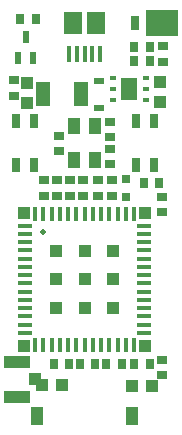
<source format=gtp>
G75*
%MOIN*%
%OFA0B0*%
%FSLAX24Y24*%
%IPPOS*%
%LPD*%
%AMOC8*
5,1,8,0,0,1.08239X$1,22.5*
%
%ADD10R,0.0354X0.0276*%
%ADD11R,0.0157X0.0531*%
%ADD12R,0.0591X0.0748*%
%ADD13R,0.0256X0.0492*%
%ADD14R,0.0315X0.0315*%
%ADD15R,0.0276X0.0354*%
%ADD16R,0.1050X0.0900*%
%ADD17R,0.0300X0.0500*%
%ADD18R,0.0472X0.0138*%
%ADD19R,0.0394X0.0394*%
%ADD20R,0.0138X0.0472*%
%ADD21C,0.0197*%
%ADD22R,0.0866X0.0413*%
%ADD23R,0.0413X0.0394*%
%ADD24R,0.0394X0.0591*%
%ADD25R,0.0433X0.0394*%
%ADD26R,0.0433X0.0551*%
%ADD27R,0.0197X0.0394*%
%ADD28R,0.0394X0.0433*%
%ADD29R,0.0236X0.0138*%
%ADD30R,0.0551X0.0748*%
%ADD31R,0.0327X0.0248*%
%ADD32R,0.0472X0.0787*%
D10*
X007577Y002087D03*
X007577Y002599D03*
X007581Y007522D03*
X007581Y008034D03*
X005887Y008067D03*
X005427Y008067D03*
X004947Y008067D03*
X004487Y008067D03*
X004057Y008067D03*
X003637Y008067D03*
X003637Y008579D03*
X004057Y008579D03*
X004487Y008579D03*
X004947Y008579D03*
X005427Y008579D03*
X005887Y008579D03*
X005837Y009127D03*
X005837Y009639D03*
X005837Y010027D03*
X005837Y010539D03*
X004147Y010059D03*
X004147Y009547D03*
X002617Y011397D03*
X002617Y011909D03*
X007587Y012537D03*
X007587Y013049D03*
D11*
X005498Y012780D03*
X005243Y012780D03*
X004987Y012780D03*
X004731Y012780D03*
X004475Y012780D03*
D12*
X004593Y013829D03*
X005380Y013833D03*
D13*
X006682Y010571D03*
X007292Y010571D03*
X007292Y009095D03*
X006682Y009095D03*
X003292Y009095D03*
X002682Y009095D03*
X002682Y010571D03*
X003292Y010571D03*
D14*
X006380Y008620D03*
X006380Y008030D03*
D15*
X006951Y008483D03*
X007463Y008483D03*
X007153Y012553D03*
X007153Y013023D03*
X006641Y013023D03*
X006641Y012553D03*
X003353Y013943D03*
X002841Y013943D03*
X003961Y002443D03*
X004473Y002443D03*
X004831Y002443D03*
X005343Y002443D03*
X005711Y002453D03*
X006223Y002453D03*
X006641Y002453D03*
X007153Y002453D03*
D16*
X007577Y013813D03*
D17*
X006652Y013813D03*
D18*
X006975Y007074D03*
X006975Y006799D03*
X006975Y006523D03*
X006975Y006248D03*
X006975Y005972D03*
X006975Y005696D03*
X006975Y005421D03*
X006975Y005145D03*
X006975Y004870D03*
X006975Y004594D03*
X006975Y004319D03*
X006975Y004043D03*
X006975Y003767D03*
X006975Y003492D03*
X002998Y003492D03*
X002998Y003767D03*
X002998Y004043D03*
X002998Y004319D03*
X002998Y004594D03*
X002998Y004870D03*
X002998Y005145D03*
X002998Y005421D03*
X002998Y005696D03*
X002998Y005972D03*
X002998Y006248D03*
X002998Y006523D03*
X002998Y006799D03*
X002998Y007074D03*
D19*
X002959Y007507D03*
X004042Y006228D03*
X004987Y006228D03*
X005932Y006228D03*
X005932Y005283D03*
X004987Y005283D03*
X004042Y005283D03*
X004042Y004338D03*
X004987Y004338D03*
X005932Y004338D03*
X007014Y003059D03*
X002959Y003059D03*
X007014Y007507D03*
D20*
X006640Y007468D03*
X006365Y007468D03*
X006089Y007468D03*
X005813Y007468D03*
X005538Y007468D03*
X005262Y007468D03*
X004987Y007468D03*
X004711Y007468D03*
X004435Y007468D03*
X004160Y007468D03*
X003884Y007468D03*
X003609Y007468D03*
X003333Y007468D03*
X003333Y003098D03*
X003609Y003098D03*
X003884Y003098D03*
X004160Y003098D03*
X004435Y003098D03*
X004711Y003098D03*
X004987Y003098D03*
X005262Y003098D03*
X005538Y003098D03*
X005813Y003098D03*
X006089Y003098D03*
X006365Y003098D03*
X006640Y003098D03*
D21*
X003609Y006858D03*
D22*
X002743Y001362D03*
X002743Y002524D03*
D23*
X003344Y001943D03*
D24*
X003402Y000733D03*
X006551Y000733D03*
D25*
X006552Y001723D03*
X007221Y001723D03*
X004231Y001773D03*
X003562Y001773D03*
D26*
X004632Y009262D03*
X005341Y009262D03*
X005341Y010404D03*
X004632Y010404D03*
D27*
X003273Y012649D03*
X002761Y012649D03*
X003017Y013357D03*
D28*
X003077Y011828D03*
X003077Y011158D03*
X007487Y011188D03*
X007487Y011858D03*
D29*
X007028Y012007D03*
X007028Y011633D03*
X007028Y011259D03*
X005925Y011259D03*
X005925Y011633D03*
X005925Y012007D03*
D30*
X006477Y011633D03*
D31*
X005457Y011906D03*
X005457Y011000D03*
D32*
X004857Y011443D03*
X003597Y011443D03*
M02*

</source>
